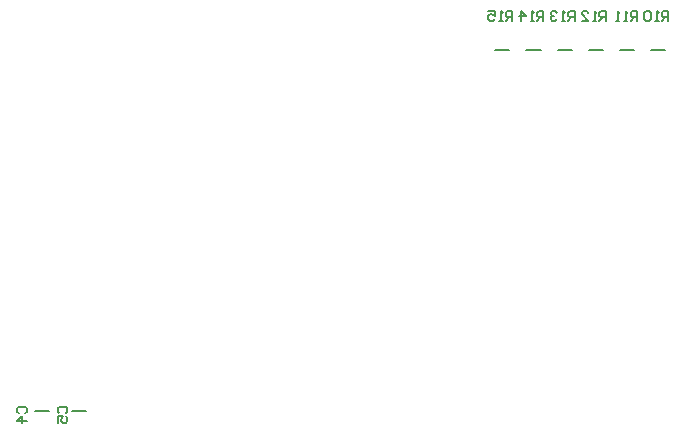
<source format=gbo>
G04 Layer_Color=32896*
%FSLAX25Y25*%
%MOIN*%
G70*
G01*
G75*
%ADD30C,0.00787*%
%ADD31C,0.00600*%
D30*
X156138Y-32000D02*
X160862D01*
X166538D02*
X171262D01*
X176938D02*
X181662D01*
X187338D02*
X192062D01*
X197738D02*
X202462D01*
X208138D02*
X212862D01*
X15138Y-152500D02*
X19862D01*
X2638D02*
X7362D01*
D31*
X161800Y-22300D02*
Y-19101D01*
X160201D01*
X159667Y-19634D01*
Y-20700D01*
X160201Y-21234D01*
X161800D01*
X160734D02*
X159667Y-22300D01*
X158601D02*
X157535D01*
X158068D01*
Y-19101D01*
X158601Y-19634D01*
X153803Y-19101D02*
X155935D01*
Y-20700D01*
X154869Y-20167D01*
X154336D01*
X153803Y-20700D01*
Y-21767D01*
X154336Y-22300D01*
X155402D01*
X155935Y-21767D01*
X172200Y-22300D02*
Y-19101D01*
X170600D01*
X170067Y-19634D01*
Y-20700D01*
X170600Y-21234D01*
X172200D01*
X171134D02*
X170067Y-22300D01*
X169001D02*
X167935D01*
X168468D01*
Y-19101D01*
X169001Y-19634D01*
X164736Y-22300D02*
Y-19101D01*
X166335Y-20700D01*
X164203D01*
X182600Y-22300D02*
Y-19101D01*
X181000D01*
X180467Y-19634D01*
Y-20700D01*
X181000Y-21234D01*
X182600D01*
X181534D02*
X180467Y-22300D01*
X179401D02*
X178335D01*
X178868D01*
Y-19101D01*
X179401Y-19634D01*
X176735D02*
X176202Y-19101D01*
X175136D01*
X174603Y-19634D01*
Y-20167D01*
X175136Y-20700D01*
X175669D01*
X175136D01*
X174603Y-21234D01*
Y-21767D01*
X175136Y-22300D01*
X176202D01*
X176735Y-21767D01*
X193000Y-22300D02*
Y-19101D01*
X191401D01*
X190867Y-19634D01*
Y-20700D01*
X191401Y-21234D01*
X193000D01*
X191934D02*
X190867Y-22300D01*
X189801D02*
X188735D01*
X189268D01*
Y-19101D01*
X189801Y-19634D01*
X185003Y-22300D02*
X187135D01*
X185003Y-20167D01*
Y-19634D01*
X185536Y-19101D01*
X186602D01*
X187135Y-19634D01*
X203400Y-22300D02*
Y-19101D01*
X201800D01*
X201267Y-19634D01*
Y-20700D01*
X201800Y-21234D01*
X203400D01*
X202334D02*
X201267Y-22300D01*
X200201D02*
X199135D01*
X199668D01*
Y-19101D01*
X200201Y-19634D01*
X197535Y-22300D02*
X196469D01*
X197002D01*
Y-19101D01*
X197535Y-19634D01*
X213800Y-22300D02*
Y-19101D01*
X212200D01*
X211667Y-19634D01*
Y-20700D01*
X212200Y-21234D01*
X213800D01*
X212734D02*
X211667Y-22300D01*
X210601D02*
X209535D01*
X210068D01*
Y-19101D01*
X210601Y-19634D01*
X207935D02*
X207402Y-19101D01*
X206336D01*
X205803Y-19634D01*
Y-21767D01*
X206336Y-22300D01*
X207402D01*
X207935Y-21767D01*
Y-19634D01*
X10834Y-153133D02*
X10301Y-152600D01*
Y-151533D01*
X10834Y-151000D01*
X12967D01*
X13500Y-151533D01*
Y-152600D01*
X12967Y-153133D01*
X10301Y-156332D02*
Y-154199D01*
X11901D01*
X11367Y-155265D01*
Y-155798D01*
X11901Y-156332D01*
X12967D01*
X13500Y-155798D01*
Y-154732D01*
X12967Y-154199D01*
X-2666Y-153133D02*
X-3199Y-152600D01*
Y-151533D01*
X-2666Y-151000D01*
X-533D01*
X0Y-151533D01*
Y-152600D01*
X-533Y-153133D01*
X0Y-155798D02*
X-3199D01*
X-1599Y-154199D01*
Y-156332D01*
M02*

</source>
